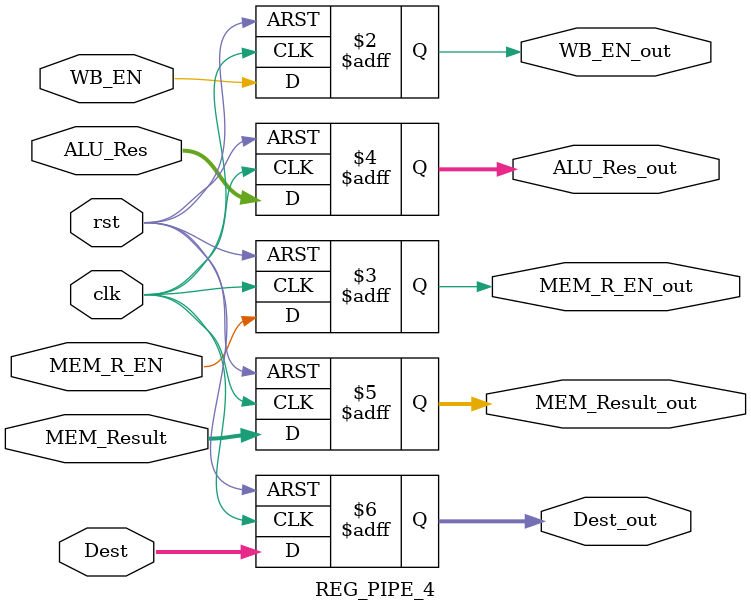
<source format=v>
`timescale 1ns / 1ps


module REG_PIPE_4(
    input clk,
    input rst,
    input WB_EN,
    input MEM_R_EN,
    input [31:0] ALU_Res,
    input [31:0] MEM_Result,
    input [3:0]  Dest,

    output reg WB_EN_out,
    output reg MEM_R_EN_out,
    output reg [31:0] ALU_Res_out,
    output reg [31:0] MEM_Result_out,
    output reg [3:0]  Dest_out,
);
    
    always @(posedge clk or posedge rst) begin
        if (rst) begin
            WB_EN_out <= 1'b0;
            MEM_R_EN_out <= 1'b0;
            ALU_Res_out <= 32'b0;
            MEM_Result_out <= 32'b0;
            Dest_out <= 4'b0;
        end else begin
            WB_EN_out <= WB_EN;
            MEM_R_EN_out <= MEM_R_EN;
            ALU_Res_out <= ALU_Res;
            MEM_Result_out <= MEM_Result;
            Dest_out <= Dest;
        end
    end
    
endmodule
</source>
